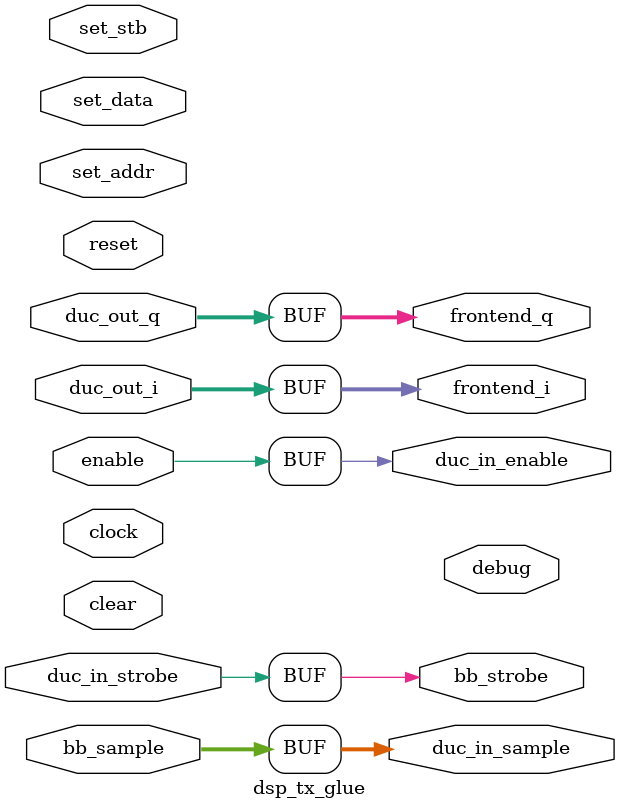
<source format=v>


module dsp_tx_glue
#(
    //the dsp unit number: 0, 1, 2...
    parameter DSPNO = 0,

    //frontend bus width
    parameter WIDTH = 24
)
(
    //control signals
    input clock, input reset, input clear, input enable,

    //user settings bus, controlled through user setting regs API
    input set_stb, input [7:0] set_addr, input [31:0] set_data,

    //full rate outputs directly to the TX frontend
    output [WIDTH-1:0] frontend_i,
    output [WIDTH-1:0] frontend_q,

    //full rate outputs directly from the DUC chain
    input [WIDTH-1:0] duc_out_i,
    input [WIDTH-1:0] duc_out_q,

    //strobed samples {I16,Q16} to the TX DUC chain
    output [31:0] duc_in_sample,
    input duc_in_strobe, //this is a backpressure signal
    output duc_in_enable, //enables DUC module

    //strobbed baseband samples {I16,Q16} to this module
    input [31:0] bb_sample,
    output bb_strobe, //this is a backpressure signal

    //debug output (optional)
    output [31:0] debug
);

    generate
        if (DSPNO==0) begin
            `ifndef TX_DSP0_MODULE
            assign frontend_i = duc_out_i;
            assign frontend_q = duc_out_q;
            assign duc_in_sample = bb_sample;
            assign bb_strobe = duc_in_strobe;
            assign duc_in_enable = enable;
            `else
            `TX_DSP0_MODULE #(.WIDTH(WIDTH)) tx_dsp0_custom
            (
                .clock(clock), .reset(reset), .clear(clear), .enable(enable),
                .set_stb(set_stb), .set_addr(set_addr), .set_data(set_data),
                .frontend_i(frontend_i), .frontend_q(frontend_q),
                .duc_out_i(duc_out_i), .duc_out_q(duc_out_q),
                .duc_in_sample(duc_in_sample), .duc_in_strobe(duc_in_strobe), .duc_in_enable(duc_in_enable),
                .bb_sample(bb_sample), .bb_strobe(bb_strobe)
            );
            `endif
        end
        else begin
            `ifndef TX_DSP1_MODULE
            assign frontend_i = duc_out_i;
            assign frontend_q = duc_out_q;
            assign duc_in_sample = bb_sample;
            assign bb_strobe = duc_in_strobe;
            assign duc_in_enable = enable;
            `else
            `TX_DSP1_MODULE #(.WIDTH(WIDTH)) tx_dsp1_custom
            (
                .clock(clock), .reset(reset), .clear(clear), .enable(enable),
                .set_stb(set_stb), .set_addr(set_addr), .set_data(set_data),
                .frontend_i(frontend_i), .frontend_q(frontend_q),
                .duc_out_i(duc_out_i), .duc_out_q(duc_out_q),
                .duc_in_sample(duc_in_sample), .duc_in_strobe(duc_in_strobe), .duc_in_enable(duc_in_enable),
                .bb_sample(bb_sample), .bb_strobe(bb_strobe)
            );
            `endif
        end
    endgenerate

endmodule //dsp_tx_glue

</source>
